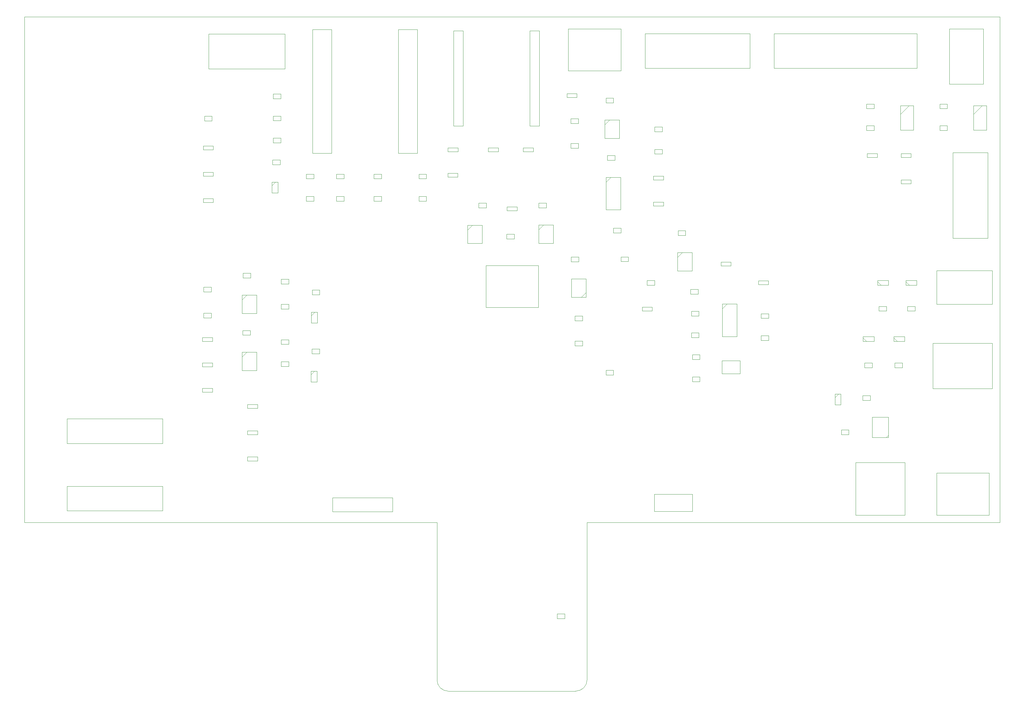
<source format=gbr>
G04 GENERATED BY PULSONIX 11.0 GERBER.DLL 8466*
G04 #@! TF.GenerationSoftware,Pulsonix,Pulsonix,11.0.8467*
G04 #@! TF.CreationDate,2021-12-19T21:00:55+00:00*
G04 #@! TF.Part,Single*
%FSLAX24Y24*%
%LPD*%
%MOIN*%
G04 #@! TF.FileFunction,AssemblyDrawing,Top*
G04 #@! TF.FilePolarity,Positive*
G04 #@! TA.AperFunction,Profile*
%ADD10C,0.0001*%
G04 #@! TA.AperFunction,Material*
%ADD11C,0.0047*%
%ADD12C,0.0010*%
G04 #@! TD.AperFunction*
X0Y0D02*
D02*
D10*
X2362Y20079D02*
X45669D01*
Y3544D01*
G75*
G03*
X46831Y2362I1172J-10D01*
G01*
X60217D01*
G75*
G03*
X61418Y3563I0J1201D01*
G01*
Y20079D01*
X104725D01*
Y73229D01*
X2362D01*
Y20079D01*
D02*
D11*
X21049Y34177D02*
X22101D01*
Y33776D01*
X21049D01*
Y34177D01*
Y36855D02*
X22101D01*
Y36453D01*
X21049D01*
Y36855D01*
Y39532D02*
X22101D01*
Y39130D01*
X21049D01*
Y39532D01*
X21128Y54138D02*
X22179D01*
Y53736D01*
X21128D01*
Y54138D01*
Y56894D02*
X22179D01*
Y56492D01*
X21128D01*
Y56894D01*
Y59650D02*
X22179D01*
Y59248D01*
X21128D01*
Y59650D01*
X21689Y71412D02*
X29689D01*
Y67762D01*
X21689D01*
Y71412D01*
X25217Y37473D02*
X25717Y37973D01*
X25217D02*
X26752D01*
Y36044D01*
X25217D01*
Y37973D01*
Y43496D02*
X25717Y43996D01*
X25217D02*
X26752D01*
Y42067D01*
X25217D01*
Y43996D01*
X25774Y26973D02*
X26825D01*
Y26571D01*
X25774D01*
Y26973D01*
Y29729D02*
X26825D01*
Y29327D01*
X25774D01*
Y29729D01*
Y32484D02*
X26825D01*
Y32083D01*
X25774D01*
Y32484D01*
X28327Y55492D02*
X28701Y55866D01*
X28327D02*
X28957D01*
Y54725D01*
X28327D01*
Y55866D01*
X32441Y35630D02*
X32815Y36004D01*
X32441D02*
X33071D01*
Y34862D01*
X32441D01*
Y36004D01*
X32461Y41831D02*
X32835Y42205D01*
X32461D02*
X33091D01*
Y41063D01*
X32461D01*
Y42205D01*
X34705Y22677D02*
X41004D01*
Y21221D01*
X34705D01*
Y22677D01*
X46797Y56776D02*
X47849D01*
Y56374D01*
X46797D01*
Y56776D01*
X46817Y59453D02*
X47868D01*
Y59051D01*
X46817D01*
Y59453D01*
X48878Y50839D02*
X49378Y51339D01*
X48878D02*
X50414D01*
Y49410D01*
X48878D01*
Y51339D01*
X50788Y47087D02*
X56299D01*
Y42677D01*
X50788D01*
Y47087D01*
X51049Y59453D02*
X52101D01*
Y59051D01*
X51049D01*
Y59453D01*
X53018Y53252D02*
X54069D01*
Y52851D01*
X53018D01*
Y53252D01*
X54711Y59453D02*
X55762D01*
Y59051D01*
X54711D01*
Y59453D01*
X56319Y50858D02*
X56819Y51358D01*
X56319D02*
X57855D01*
Y49429D01*
X56319D01*
Y51358D01*
X59297Y65142D02*
X60349D01*
Y64740D01*
X59297D01*
Y65142D01*
X61299Y43760D02*
X59764D01*
Y45689D01*
X61299D01*
Y43760D01*
Y44260D02*
X60799Y43760D01*
X63268Y61882D02*
X63768Y62382D01*
X63268D02*
X64803D01*
Y60453D01*
X63268D01*
Y62382D01*
X63406Y55868D02*
X63906Y56368D01*
X63406D02*
X64941D01*
Y52963D01*
X63406D01*
Y56368D01*
X64961Y67540D02*
X59449D01*
Y71949D01*
X64961D01*
Y67540D01*
X67191Y42721D02*
X68242D01*
Y42319D01*
X67191D01*
Y42721D01*
X67512Y71471D02*
X78512D01*
Y67821D01*
X67512D01*
Y71471D01*
X68372Y53744D02*
X69423D01*
Y53343D01*
X68372D01*
Y53744D01*
Y56500D02*
X69423D01*
Y56099D01*
X68372D01*
Y56500D01*
X70886Y47965D02*
X71386Y48465D01*
X70886D02*
X72421D01*
Y46536D01*
X70886D01*
Y48465D01*
X75459Y47445D02*
X76510D01*
Y47044D01*
X75459D01*
Y47445D01*
X75610Y42542D02*
X76110Y43042D01*
X75610D02*
X77146D01*
Y39636D01*
X75610D01*
Y43042D01*
X79396Y45477D02*
X80447D01*
Y45075D01*
X79396D01*
Y45477D01*
X81044Y71471D02*
X96044D01*
Y67821D01*
X81044D01*
Y71471D01*
X87421Y33229D02*
X87795Y33603D01*
X87421D02*
X88051D01*
Y32461D01*
X87421D01*
Y33603D01*
X90813Y58862D02*
X91864D01*
Y58461D01*
X90813D01*
Y58862D01*
X94356Y56106D02*
X95408D01*
Y55705D01*
X94356D01*
Y56106D01*
Y58862D02*
X95408D01*
Y58461D01*
X94356D01*
Y58862D01*
X97717Y38918D02*
Y34154D01*
X103937D01*
Y38918D01*
X97717D01*
X98091Y25276D02*
X103603D01*
Y20866D01*
X98091D01*
Y25276D01*
X102992Y71969D02*
Y66142D01*
X99449D01*
Y71969D01*
X102992D01*
X103459Y58969D02*
Y49969D01*
X99809D01*
Y58969D01*
X103459D01*
X103937Y43012D02*
X98110D01*
Y46555D01*
X103937D01*
Y43012D01*
D02*
D12*
X6831Y21309D02*
X16870D01*
Y23888D01*
X6831D01*
Y21309D01*
Y28396D02*
X16870D01*
Y30975D01*
X6831D01*
Y28396D01*
X21260Y62786D02*
X22047D01*
Y62294D01*
X21260D01*
Y62786D01*
X21969Y41585D02*
X21181D01*
Y42077D01*
X21969D01*
Y41585D01*
Y44321D02*
X21181D01*
Y44813D01*
X21969D01*
Y44321D01*
X25276Y40266D02*
X26063D01*
Y39774D01*
X25276D01*
Y40266D01*
X25315Y46290D02*
X26103D01*
Y45797D01*
X25315D01*
Y46290D01*
X28406Y58179D02*
X29193D01*
Y57687D01*
X28406D01*
Y58179D01*
X28484Y60482D02*
X29272D01*
Y59990D01*
X28484D01*
Y60482D01*
Y62805D02*
X29272D01*
Y62313D01*
X28484D01*
Y62805D01*
Y65128D02*
X29272D01*
Y64636D01*
X28484D01*
Y65128D01*
X29311Y36979D02*
X30099D01*
Y36486D01*
X29311D01*
Y36979D01*
Y39301D02*
X30099D01*
Y38809D01*
X29311D01*
Y39301D01*
Y43022D02*
X30099D01*
Y42530D01*
X29311D01*
Y43022D01*
Y45640D02*
X30099D01*
Y45148D01*
X29311D01*
Y45640D01*
X31949Y54341D02*
X32736D01*
Y53849D01*
X31949D01*
Y54341D01*
Y56703D02*
X32736D01*
Y56211D01*
X31949D01*
Y56703D01*
X32540Y38317D02*
X33327D01*
Y37825D01*
X32540D01*
Y38317D01*
X32559Y44518D02*
X33347D01*
Y44026D01*
X32559D01*
Y44518D01*
X32603Y58894D02*
Y71894D01*
X34603D01*
Y58894D01*
X32603D01*
X35099Y54341D02*
X35886D01*
Y53849D01*
X35099D01*
Y54341D01*
Y56703D02*
X35886D01*
Y56211D01*
X35099D01*
Y56703D01*
X39823Y53849D02*
X39036D01*
Y54341D01*
X39823D01*
Y53849D01*
Y56211D02*
X39036D01*
Y56703D01*
X39823D01*
Y56211D01*
X41618Y58894D02*
Y71894D01*
X43618D01*
Y58894D01*
X41618D01*
X44547Y53849D02*
X43760D01*
Y54341D01*
X44547D01*
Y53849D01*
Y56211D02*
X43760D01*
Y56703D01*
X44547D01*
Y56211D01*
X48414Y71772D02*
Y61772D01*
X47414D01*
Y71772D01*
X48414D01*
X50827Y53160D02*
X50040D01*
Y53652D01*
X50827D01*
Y53160D01*
X52973Y50384D02*
X53760D01*
Y49892D01*
X52973D01*
Y50384D01*
X56339Y53652D02*
X57126D01*
Y53160D01*
X56339D01*
Y53652D01*
X56406Y71772D02*
Y61772D01*
X55406D01*
Y71772D01*
X56406D01*
X58268Y10482D02*
X59055D01*
Y9990D01*
X58268D01*
Y10482D01*
X59705Y59912D02*
X60492D01*
Y59419D01*
X59705D01*
Y59912D01*
Y62530D02*
X60492D01*
Y62038D01*
X59705D01*
Y62530D01*
X59744Y47982D02*
X60532D01*
Y47490D01*
X59744D01*
Y47982D01*
X60138Y39164D02*
X60925D01*
Y38671D01*
X60138D01*
Y39164D01*
X60925Y41290D02*
X60138D01*
Y41782D01*
X60925D01*
Y41290D01*
X63386Y36073D02*
X64173D01*
Y35581D01*
X63386D01*
Y36073D01*
Y64675D02*
X64173D01*
Y64183D01*
X63386D01*
Y64675D01*
X63544Y58652D02*
X64331D01*
Y58160D01*
X63544D01*
Y58652D01*
X64173Y51014D02*
X64961D01*
Y50522D01*
X64173D01*
Y51014D01*
X65748Y47510D02*
X64961D01*
Y48002D01*
X65748D01*
Y47510D01*
X67717Y45522D02*
X68504D01*
Y45030D01*
X67717D01*
Y45522D01*
X68465Y23051D02*
X72481D01*
Y21260D01*
X68465D01*
Y23051D01*
X68504Y59301D02*
X69292D01*
Y58809D01*
X68504D01*
Y59301D01*
Y61664D02*
X69292D01*
Y61171D01*
X68504D01*
Y61664D01*
X70965Y50758D02*
X71752D01*
Y50266D01*
X70965D01*
Y50758D01*
X72362Y40010D02*
X73150D01*
Y39518D01*
X72362D01*
Y40010D01*
Y42294D02*
X73150D01*
Y41801D01*
X72362D01*
Y42294D01*
X72461Y35384D02*
X73248D01*
Y34892D01*
X72461D01*
Y35384D01*
Y37707D02*
X73248D01*
Y37215D01*
X72461D01*
Y37707D01*
X73071Y44105D02*
X72284D01*
Y44597D01*
X73071D01*
Y44105D01*
X75571Y37106D02*
X77461D01*
Y35729D01*
X75571D01*
Y37106D01*
X79685Y42038D02*
X80473D01*
Y41545D01*
X79685D01*
Y42038D01*
X80473Y39223D02*
X79685D01*
Y39715D01*
X80473D01*
Y39223D01*
X88091Y29813D02*
X88878D01*
Y29321D01*
X88091D01*
Y29813D01*
X89606Y20866D02*
X94764D01*
Y26378D01*
X89606D01*
Y20866D01*
X90370Y39114D02*
Y39626D01*
X91520D01*
Y39114D01*
X90370D01*
X90746D02*
X90370Y39490D01*
X90748Y61782D02*
X91536D01*
Y61290D01*
X90748D01*
Y61782D01*
Y64065D02*
X91536D01*
Y63573D01*
X90748D01*
Y64065D01*
X91122Y32923D02*
X90335D01*
Y33416D01*
X91122D01*
Y32923D01*
X91339Y36368D02*
X90551D01*
Y36860D01*
X91339D01*
Y36368D01*
X91886Y45020D02*
Y45532D01*
X93036D01*
Y45020D01*
X91886D01*
X92262D02*
X91886Y45396D01*
X92835Y42313D02*
X92047D01*
Y42805D01*
X92835D01*
Y42313D01*
X93051Y29016D02*
X91319D01*
Y31142D01*
X93051D01*
Y29016D01*
Y29272D02*
X92795Y29016D01*
X93599Y39114D02*
Y39626D01*
X94748D01*
Y39114D01*
X93599D01*
X93701Y36860D02*
X94488D01*
Y36368D01*
X93701D01*
Y36860D01*
X93973Y39114D02*
X93599Y39488D01*
X94292Y62973D02*
X95197Y63878D01*
X94292D02*
X95669D01*
Y61319D01*
X94292D01*
Y63878D01*
X94858Y45020D02*
Y45532D01*
X96008D01*
Y45020D01*
X94858D01*
X95040Y42805D02*
X95827D01*
Y42313D01*
X95040D01*
Y42805D01*
X95232Y45020D02*
X94858Y45394D01*
X98425Y61782D02*
X99213D01*
Y61290D01*
X98425D01*
Y61782D01*
Y64065D02*
X99213D01*
Y63573D01*
X98425D01*
Y64065D01*
X101969Y62973D02*
X102874Y63878D01*
X101969D02*
X103347D01*
Y61319D01*
X101969D01*
Y63878D01*
X0Y0D02*
M02*

</source>
